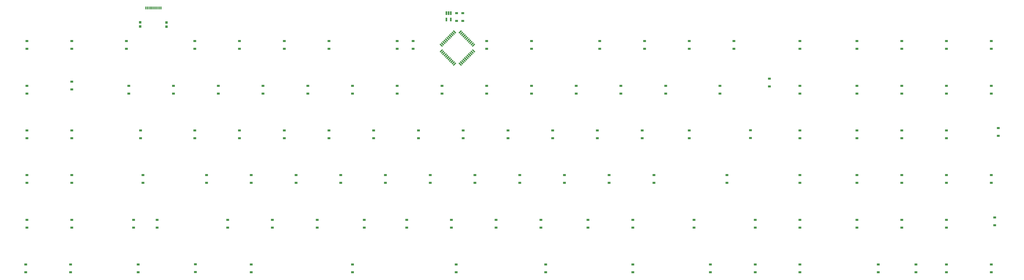
<source format=gbp>
G04 #@! TF.GenerationSoftware,KiCad,Pcbnew,(5.0.0-rc2-dev-733-g23a9fcd91)*
G04 #@! TF.CreationDate,2018-06-11T13:16:23-04:00*
G04 #@! TF.ProjectId,100plus-2,313030706C75732D322E6B696361645F,rev?*
G04 #@! TF.SameCoordinates,Original*
G04 #@! TF.FileFunction,Paste,Bot*
G04 #@! TF.FilePolarity,Positive*
%FSLAX45Y45*%
G04 Gerber Fmt 4.5, Leading zero omitted, Abs format (unit mm)*
G04 Created by KiCad (PCBNEW (5.0.0-rc2-dev-733-g23a9fcd91)) date 06/11/18 13:16:23*
%MOMM*%
%LPD*%
G01*
G04 APERTURE LIST*
%ADD10R,1.000000X0.995000*%
%ADD11R,1.200000X0.900000*%
%ADD12R,0.300000X1.150000*%
%ADD13R,0.600000X1.150000*%
%ADD14R,0.650000X1.560000*%
%ADD15C,0.550000*%
%ADD16C,0.100000*%
G04 APERTURE END LIST*
D10*
X12701000Y-8927750D03*
X12701000Y-8750250D03*
X11587000Y-8735000D03*
X11587000Y-8912500D03*
D11*
X11700000Y-15235000D03*
X11700000Y-15565000D03*
X32900000Y-13335000D03*
X32900000Y-13665000D03*
X25018000Y-8347000D03*
X25018000Y-8677000D03*
X25282000Y-8346000D03*
X25282000Y-8676000D03*
X6776250Y-9865000D03*
X6776250Y-9535000D03*
X8676250Y-9535000D03*
X8676250Y-9865000D03*
X11000000Y-9865000D03*
X11000000Y-9535000D03*
X13900000Y-9535000D03*
X13900000Y-9865000D03*
X15800000Y-9865000D03*
X15800000Y-9535000D03*
X17700000Y-9535000D03*
X17700000Y-9865000D03*
X19600000Y-9865000D03*
X19600000Y-9535000D03*
X22500000Y-9535000D03*
X22500000Y-9865000D03*
X23173000Y-9862000D03*
X23173000Y-9532000D03*
X26300000Y-9865000D03*
X26300000Y-9535000D03*
X28200000Y-9865000D03*
X28200000Y-9535000D03*
X31100000Y-9535000D03*
X31100000Y-9865000D03*
X33000000Y-9865000D03*
X33000000Y-9535000D03*
X34900000Y-9535000D03*
X34900000Y-9865000D03*
X36800000Y-9865000D03*
X36800000Y-9535000D03*
X39600000Y-9535000D03*
X39600000Y-9865000D03*
X42023750Y-9865000D03*
X42023750Y-9535000D03*
X43923750Y-9535000D03*
X43923750Y-9865000D03*
X45823750Y-9865000D03*
X45823750Y-9535000D03*
X47723750Y-9535000D03*
X47723750Y-9865000D03*
X6776250Y-11765000D03*
X6776250Y-11435000D03*
X8676250Y-11265000D03*
X8676250Y-11595000D03*
X11100000Y-11765000D03*
X11100000Y-11435000D03*
X13000000Y-11435000D03*
X13000000Y-11765000D03*
X14900000Y-11765000D03*
X14900000Y-11435000D03*
X16800000Y-11435000D03*
X16800000Y-11765000D03*
X18700000Y-11765000D03*
X18700000Y-11435000D03*
X20600000Y-11435000D03*
X20600000Y-11765000D03*
X22500000Y-11765000D03*
X22500000Y-11435000D03*
X24400000Y-11435000D03*
X24400000Y-11765000D03*
X26300000Y-11435000D03*
X26300000Y-11765000D03*
X28200000Y-11435000D03*
X28200000Y-11765000D03*
X30100000Y-11765000D03*
X30100000Y-11435000D03*
X32000000Y-11435000D03*
X32000000Y-11765000D03*
X33900000Y-11765000D03*
X33900000Y-11435000D03*
X36200000Y-11435000D03*
X36200000Y-11765000D03*
X38300000Y-11465000D03*
X38300000Y-11135000D03*
X39600000Y-11435000D03*
X39600000Y-11765000D03*
X42023750Y-11765000D03*
X42023750Y-11435000D03*
X43923750Y-11435000D03*
X43923750Y-11765000D03*
X45823750Y-11435000D03*
X45823750Y-11765000D03*
X47723750Y-11435000D03*
X47723750Y-11765000D03*
X6776250Y-13665000D03*
X6776250Y-13335000D03*
X8676250Y-13335000D03*
X8676250Y-13665000D03*
X11600000Y-13665000D03*
X11600000Y-13335000D03*
X13900000Y-13335000D03*
X13900000Y-13665000D03*
X15800000Y-13665000D03*
X15800000Y-13335000D03*
X17700000Y-13335000D03*
X17700000Y-13665000D03*
X19600000Y-13665000D03*
X19600000Y-13335000D03*
X21500000Y-13335000D03*
X21500000Y-13665000D03*
X23400000Y-13665000D03*
X23400000Y-13335000D03*
X25300000Y-13335000D03*
X25300000Y-13665000D03*
X27200000Y-13665000D03*
X27200000Y-13335000D03*
X29100000Y-13335000D03*
X29100000Y-13665000D03*
X31000000Y-13665000D03*
X31000000Y-13335000D03*
X34900000Y-13665000D03*
X34900000Y-13335000D03*
X37497000Y-13326000D03*
X37497000Y-13656000D03*
X39600000Y-13665000D03*
X39600000Y-13335000D03*
X42023750Y-13335000D03*
X42023750Y-13665000D03*
X43923750Y-13665000D03*
X43923750Y-13335000D03*
X45823750Y-13335000D03*
X45823750Y-13665000D03*
X48023750Y-13565000D03*
X48023750Y-13235000D03*
X6776250Y-15235000D03*
X6776250Y-15565000D03*
X8676250Y-15565000D03*
X8676250Y-15235000D03*
X14400000Y-15565000D03*
X14400000Y-15235000D03*
X16300000Y-15235000D03*
X16300000Y-15565000D03*
X18200000Y-15565000D03*
X18200000Y-15235000D03*
X20100000Y-15235000D03*
X20100000Y-15565000D03*
X22000000Y-15565000D03*
X22000000Y-15235000D03*
X23900000Y-15235000D03*
X23900000Y-15565000D03*
X25800000Y-15565000D03*
X25800000Y-15235000D03*
X27700000Y-15565000D03*
X27700000Y-15235000D03*
X29600000Y-15565000D03*
X29600000Y-15235000D03*
X31500000Y-15235000D03*
X31500000Y-15565000D03*
X33400000Y-15565000D03*
X33400000Y-15235000D03*
X36500000Y-15235000D03*
X36500000Y-15565000D03*
X39600000Y-15565000D03*
X39600000Y-15235000D03*
X42023750Y-15235000D03*
X42023750Y-15565000D03*
X43923750Y-15565000D03*
X43923750Y-15235000D03*
X45823750Y-15235000D03*
X45823750Y-15565000D03*
X47723750Y-15565000D03*
X47723750Y-15235000D03*
X6776250Y-17465000D03*
X6776250Y-17135000D03*
X8676250Y-17465000D03*
X8676250Y-17135000D03*
X11300000Y-17465000D03*
X11300000Y-17135000D03*
X12300000Y-17135000D03*
X12300000Y-17465000D03*
X15300000Y-17465000D03*
X15300000Y-17135000D03*
X17200000Y-17135000D03*
X17200000Y-17465000D03*
X19100000Y-17135000D03*
X19100000Y-17465000D03*
X21100000Y-17465000D03*
X21100000Y-17135000D03*
X22900000Y-17135000D03*
X22900000Y-17465000D03*
X24800000Y-17135000D03*
X24800000Y-17465000D03*
X26700000Y-17135000D03*
X26700000Y-17465000D03*
X28600000Y-17135000D03*
X28600000Y-17465000D03*
X30600000Y-17135000D03*
X30600000Y-17465000D03*
X32500000Y-17135000D03*
X32500000Y-17465000D03*
X35100000Y-17465000D03*
X35100000Y-17135000D03*
X37700000Y-17465000D03*
X37700000Y-17135000D03*
X39600000Y-17135000D03*
X39600000Y-17465000D03*
X42023750Y-17135000D03*
X42023750Y-17465000D03*
X43923750Y-17135000D03*
X43923750Y-17465000D03*
X45823750Y-17135000D03*
X45823750Y-17465000D03*
X47873750Y-17365000D03*
X47873750Y-17035000D03*
X6726250Y-19365000D03*
X6726250Y-19035000D03*
X8626250Y-19365000D03*
X8626250Y-19035000D03*
X11500000Y-19035000D03*
X11500000Y-19365000D03*
X16300000Y-19035000D03*
X16300000Y-19365000D03*
X20600000Y-19365000D03*
X20600000Y-19035000D03*
X25000000Y-19365000D03*
X25000000Y-19035000D03*
X28800000Y-19365000D03*
X28800000Y-19035000D03*
X32500000Y-19035000D03*
X32500000Y-19365000D03*
X35800000Y-19365000D03*
X35800000Y-19035000D03*
X37700000Y-19365000D03*
X37700000Y-19035000D03*
X39600000Y-19365000D03*
X39600000Y-19035000D03*
X42923750Y-19365000D03*
X42923750Y-19035000D03*
X44523750Y-19365000D03*
X44523750Y-19035000D03*
X45823750Y-19035000D03*
X45823750Y-19365000D03*
X47723750Y-19365000D03*
X47723750Y-19035000D03*
D12*
X12119375Y-8126375D03*
D13*
X12464375Y-8126375D03*
X12384375Y-8126375D03*
X11904375Y-8126375D03*
X11824375Y-8126375D03*
D12*
X12169375Y-8126375D03*
X12219375Y-8126375D03*
X12269375Y-8126375D03*
X12319375Y-8126375D03*
X12069375Y-8126375D03*
X12019375Y-8126375D03*
X11969375Y-8126375D03*
D14*
X24588000Y-8345000D03*
X24683000Y-8345000D03*
X24778000Y-8345000D03*
X24778000Y-8615000D03*
X24588000Y-8615000D03*
D15*
X24933792Y-10515894D03*
D16*
G36*
X24900204Y-10588372D02*
X24861313Y-10549481D01*
X24967379Y-10443415D01*
X25006270Y-10482306D01*
X24900204Y-10588372D01*
X24900204Y-10588372D01*
G37*
D15*
X24877223Y-10459325D03*
D16*
G36*
X24843636Y-10531803D02*
X24804745Y-10492913D01*
X24910811Y-10386847D01*
X24949702Y-10425737D01*
X24843636Y-10531803D01*
X24843636Y-10531803D01*
G37*
D15*
X24820655Y-10402757D03*
D16*
G36*
X24787067Y-10475235D02*
X24748176Y-10436344D01*
X24854242Y-10330278D01*
X24893133Y-10369169D01*
X24787067Y-10475235D01*
X24787067Y-10475235D01*
G37*
D15*
X24764086Y-10346188D03*
D16*
G36*
X24730499Y-10418666D02*
X24691608Y-10379776D01*
X24797674Y-10273710D01*
X24836565Y-10312600D01*
X24730499Y-10418666D01*
X24730499Y-10418666D01*
G37*
D15*
X24707518Y-10289619D03*
D16*
G36*
X24673930Y-10362098D02*
X24635039Y-10323207D01*
X24741105Y-10217141D01*
X24779996Y-10256032D01*
X24673930Y-10362098D01*
X24673930Y-10362098D01*
G37*
D15*
X24650949Y-10233051D03*
D16*
G36*
X24617361Y-10305529D02*
X24578471Y-10266639D01*
X24684537Y-10160573D01*
X24723427Y-10199463D01*
X24617361Y-10305529D01*
X24617361Y-10305529D01*
G37*
D15*
X24594381Y-10176482D03*
D16*
G36*
X24560793Y-10248961D02*
X24521902Y-10210070D01*
X24627968Y-10104004D01*
X24666859Y-10142895D01*
X24560793Y-10248961D01*
X24560793Y-10248961D01*
G37*
D15*
X24537812Y-10119914D03*
D16*
G36*
X24504224Y-10192392D02*
X24465334Y-10153501D01*
X24571400Y-10047435D01*
X24610290Y-10086326D01*
X24504224Y-10192392D01*
X24504224Y-10192392D01*
G37*
D15*
X24481243Y-10063345D03*
D16*
G36*
X24447656Y-10135824D02*
X24408765Y-10096933D01*
X24514831Y-9990867D01*
X24553722Y-10029758D01*
X24447656Y-10135824D01*
X24447656Y-10135824D01*
G37*
D15*
X24424675Y-10006777D03*
D16*
G36*
X24391087Y-10079255D02*
X24352197Y-10040364D01*
X24458263Y-9934298D01*
X24497153Y-9973189D01*
X24391087Y-10079255D01*
X24391087Y-10079255D01*
G37*
D15*
X24368106Y-9950208D03*
D16*
G36*
X24334519Y-10022687D02*
X24295628Y-9983796D01*
X24401694Y-9877730D01*
X24440585Y-9916621D01*
X24334519Y-10022687D01*
X24334519Y-10022687D01*
G37*
D15*
X24368106Y-9709792D03*
D16*
G36*
X24295628Y-9676204D02*
X24334519Y-9637313D01*
X24440585Y-9743379D01*
X24401694Y-9782270D01*
X24295628Y-9676204D01*
X24295628Y-9676204D01*
G37*
D15*
X24424675Y-9653223D03*
D16*
G36*
X24352197Y-9619636D02*
X24391087Y-9580745D01*
X24497153Y-9686811D01*
X24458263Y-9725702D01*
X24352197Y-9619636D01*
X24352197Y-9619636D01*
G37*
D15*
X24481243Y-9596655D03*
D16*
G36*
X24408765Y-9563067D02*
X24447656Y-9524176D01*
X24553722Y-9630242D01*
X24514831Y-9669133D01*
X24408765Y-9563067D01*
X24408765Y-9563067D01*
G37*
D15*
X24537812Y-9540086D03*
D16*
G36*
X24465334Y-9506499D02*
X24504224Y-9467608D01*
X24610290Y-9573674D01*
X24571400Y-9612565D01*
X24465334Y-9506499D01*
X24465334Y-9506499D01*
G37*
D15*
X24594381Y-9483518D03*
D16*
G36*
X24521902Y-9449930D02*
X24560793Y-9411039D01*
X24666859Y-9517105D01*
X24627968Y-9555996D01*
X24521902Y-9449930D01*
X24521902Y-9449930D01*
G37*
D15*
X24650949Y-9426949D03*
D16*
G36*
X24578471Y-9393362D02*
X24617361Y-9354471D01*
X24723427Y-9460537D01*
X24684537Y-9499428D01*
X24578471Y-9393362D01*
X24578471Y-9393362D01*
G37*
D15*
X24707518Y-9370381D03*
D16*
G36*
X24635039Y-9336793D02*
X24673930Y-9297902D01*
X24779996Y-9403968D01*
X24741105Y-9442859D01*
X24635039Y-9336793D01*
X24635039Y-9336793D01*
G37*
D15*
X24764086Y-9313812D03*
D16*
G36*
X24691608Y-9280224D02*
X24730499Y-9241334D01*
X24836565Y-9347400D01*
X24797674Y-9386290D01*
X24691608Y-9280224D01*
X24691608Y-9280224D01*
G37*
D15*
X24820655Y-9257244D03*
D16*
G36*
X24748176Y-9223656D02*
X24787067Y-9184765D01*
X24893133Y-9290831D01*
X24854242Y-9329722D01*
X24748176Y-9223656D01*
X24748176Y-9223656D01*
G37*
D15*
X24877223Y-9200675D03*
D16*
G36*
X24804745Y-9167087D02*
X24843636Y-9128197D01*
X24949702Y-9234263D01*
X24910811Y-9273153D01*
X24804745Y-9167087D01*
X24804745Y-9167087D01*
G37*
D15*
X24933792Y-9144106D03*
D16*
G36*
X24861313Y-9110519D02*
X24900204Y-9071628D01*
X25006270Y-9177694D01*
X24967379Y-9216585D01*
X24861313Y-9110519D01*
X24861313Y-9110519D01*
G37*
D15*
X25174208Y-9144106D03*
D16*
G36*
X25140621Y-9216585D02*
X25101730Y-9177694D01*
X25207796Y-9071628D01*
X25246687Y-9110519D01*
X25140621Y-9216585D01*
X25140621Y-9216585D01*
G37*
D15*
X25230777Y-9200675D03*
D16*
G36*
X25197189Y-9273153D02*
X25158298Y-9234263D01*
X25264364Y-9128197D01*
X25303255Y-9167087D01*
X25197189Y-9273153D01*
X25197189Y-9273153D01*
G37*
D15*
X25287345Y-9257244D03*
D16*
G36*
X25253758Y-9329722D02*
X25214867Y-9290831D01*
X25320933Y-9184765D01*
X25359824Y-9223656D01*
X25253758Y-9329722D01*
X25253758Y-9329722D01*
G37*
D15*
X25343914Y-9313812D03*
D16*
G36*
X25310326Y-9386290D02*
X25271435Y-9347400D01*
X25377501Y-9241334D01*
X25416392Y-9280224D01*
X25310326Y-9386290D01*
X25310326Y-9386290D01*
G37*
D15*
X25400482Y-9370381D03*
D16*
G36*
X25366895Y-9442859D02*
X25328004Y-9403968D01*
X25434070Y-9297902D01*
X25472961Y-9336793D01*
X25366895Y-9442859D01*
X25366895Y-9442859D01*
G37*
D15*
X25457051Y-9426949D03*
D16*
G36*
X25423463Y-9499428D02*
X25384572Y-9460537D01*
X25490638Y-9354471D01*
X25529529Y-9393362D01*
X25423463Y-9499428D01*
X25423463Y-9499428D01*
G37*
D15*
X25513619Y-9483518D03*
D16*
G36*
X25480032Y-9555996D02*
X25441141Y-9517105D01*
X25547207Y-9411039D01*
X25586098Y-9449930D01*
X25480032Y-9555996D01*
X25480032Y-9555996D01*
G37*
D15*
X25570188Y-9540086D03*
D16*
G36*
X25536600Y-9612565D02*
X25497710Y-9573674D01*
X25603776Y-9467608D01*
X25642666Y-9506499D01*
X25536600Y-9612565D01*
X25536600Y-9612565D01*
G37*
D15*
X25626756Y-9596655D03*
D16*
G36*
X25593169Y-9669133D02*
X25554278Y-9630242D01*
X25660344Y-9524176D01*
X25699235Y-9563067D01*
X25593169Y-9669133D01*
X25593169Y-9669133D01*
G37*
D15*
X25683325Y-9653223D03*
D16*
G36*
X25649737Y-9725702D02*
X25610847Y-9686811D01*
X25716913Y-9580745D01*
X25755803Y-9619636D01*
X25649737Y-9725702D01*
X25649737Y-9725702D01*
G37*
D15*
X25739894Y-9709792D03*
D16*
G36*
X25706306Y-9782270D02*
X25667415Y-9743379D01*
X25773481Y-9637313D01*
X25812372Y-9676204D01*
X25706306Y-9782270D01*
X25706306Y-9782270D01*
G37*
D15*
X25739894Y-9950208D03*
D16*
G36*
X25667415Y-9916621D02*
X25706306Y-9877730D01*
X25812372Y-9983796D01*
X25773481Y-10022687D01*
X25667415Y-9916621D01*
X25667415Y-9916621D01*
G37*
D15*
X25683325Y-10006777D03*
D16*
G36*
X25610847Y-9973189D02*
X25649737Y-9934298D01*
X25755803Y-10040364D01*
X25716913Y-10079255D01*
X25610847Y-9973189D01*
X25610847Y-9973189D01*
G37*
D15*
X25626756Y-10063345D03*
D16*
G36*
X25554278Y-10029758D02*
X25593169Y-9990867D01*
X25699235Y-10096933D01*
X25660344Y-10135824D01*
X25554278Y-10029758D01*
X25554278Y-10029758D01*
G37*
D15*
X25570188Y-10119914D03*
D16*
G36*
X25497710Y-10086326D02*
X25536600Y-10047435D01*
X25642666Y-10153501D01*
X25603776Y-10192392D01*
X25497710Y-10086326D01*
X25497710Y-10086326D01*
G37*
D15*
X25513619Y-10176482D03*
D16*
G36*
X25441141Y-10142895D02*
X25480032Y-10104004D01*
X25586098Y-10210070D01*
X25547207Y-10248961D01*
X25441141Y-10142895D01*
X25441141Y-10142895D01*
G37*
D15*
X25457051Y-10233051D03*
D16*
G36*
X25384572Y-10199463D02*
X25423463Y-10160573D01*
X25529529Y-10266639D01*
X25490638Y-10305529D01*
X25384572Y-10199463D01*
X25384572Y-10199463D01*
G37*
D15*
X25400482Y-10289619D03*
D16*
G36*
X25328004Y-10256032D02*
X25366895Y-10217141D01*
X25472961Y-10323207D01*
X25434070Y-10362098D01*
X25328004Y-10256032D01*
X25328004Y-10256032D01*
G37*
D15*
X25343914Y-10346188D03*
D16*
G36*
X25271435Y-10312600D02*
X25310326Y-10273710D01*
X25416392Y-10379776D01*
X25377501Y-10418666D01*
X25271435Y-10312600D01*
X25271435Y-10312600D01*
G37*
D15*
X25287345Y-10402757D03*
D16*
G36*
X25214867Y-10369169D02*
X25253758Y-10330278D01*
X25359824Y-10436344D01*
X25320933Y-10475235D01*
X25214867Y-10369169D01*
X25214867Y-10369169D01*
G37*
D15*
X25230777Y-10459325D03*
D16*
G36*
X25158298Y-10425737D02*
X25197189Y-10386847D01*
X25303255Y-10492913D01*
X25264364Y-10531803D01*
X25158298Y-10425737D01*
X25158298Y-10425737D01*
G37*
D15*
X25174208Y-10515894D03*
D16*
G36*
X25101730Y-10482306D02*
X25140621Y-10443415D01*
X25246687Y-10549481D01*
X25207796Y-10588372D01*
X25101730Y-10482306D01*
X25101730Y-10482306D01*
G37*
D11*
X13924000Y-19356000D03*
X13924000Y-19026000D03*
M02*

</source>
